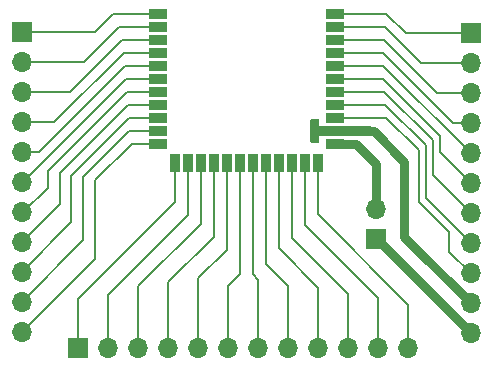
<source format=gbr>
%TF.GenerationSoftware,KiCad,Pcbnew,8.0.1*%
%TF.CreationDate,2024-04-24T16:47:31+07:00*%
%TF.ProjectId,holyiot-21043-nrf52810,686f6c79-696f-4742-9d32-313034332d6e,rev?*%
%TF.SameCoordinates,Original*%
%TF.FileFunction,Copper,L1,Top*%
%TF.FilePolarity,Positive*%
%FSLAX46Y46*%
G04 Gerber Fmt 4.6, Leading zero omitted, Abs format (unit mm)*
G04 Created by KiCad (PCBNEW 8.0.1) date 2024-04-24 16:47:31*
%MOMM*%
%LPD*%
G01*
G04 APERTURE LIST*
%TA.AperFunction,ComponentPad*%
%ADD10R,1.700000X1.700000*%
%TD*%
%TA.AperFunction,ComponentPad*%
%ADD11O,1.700000X1.700000*%
%TD*%
%TA.AperFunction,SMDPad,CuDef*%
%ADD12R,1.500000X0.850000*%
%TD*%
%TA.AperFunction,SMDPad,CuDef*%
%ADD13R,0.850000X1.500000*%
%TD*%
%TA.AperFunction,ViaPad*%
%ADD14C,0.600000*%
%TD*%
%TA.AperFunction,Conductor*%
%ADD15C,0.200000*%
%TD*%
%TA.AperFunction,Conductor*%
%ADD16C,0.800000*%
%TD*%
G04 APERTURE END LIST*
D10*
%TO.P,J1,1,Pin_1*%
%TO.N,/P0.25*%
X162000000Y-101300000D03*
D11*
%TO.P,J1,2,Pin_2*%
%TO.N,/P0.26*%
X162000000Y-103840000D03*
%TO.P,J1,3,Pin_3*%
%TO.N,/P0.27*%
X162000000Y-106380000D03*
%TO.P,J1,4,Pin_4*%
%TO.N,/P0.28*%
X162000000Y-108920000D03*
%TO.P,J1,5,Pin_5*%
%TO.N,/P0.29*%
X162000000Y-111460000D03*
%TO.P,J1,6,Pin_6*%
%TO.N,/P0.30*%
X162000000Y-114000000D03*
%TO.P,J1,7,Pin_7*%
%TO.N,/P0.31*%
X162000000Y-116540000D03*
%TO.P,J1,8,Pin_8*%
%TO.N,/P0.02*%
X162000000Y-119080000D03*
%TO.P,J1,9,Pin_9*%
%TO.N,/P0.03*%
X162000000Y-121620000D03*
%TO.P,J1,10,Pin_10*%
%TO.N,/GND*%
X162000000Y-124160000D03*
%TO.P,J1,11,Pin_11*%
%TO.N,/VCC*%
X162000000Y-126700000D03*
%TD*%
D10*
%TO.P,J4,1,Pin_1*%
%TO.N,/VCC*%
X154000000Y-118740000D03*
D11*
%TO.P,J4,2,Pin_2*%
%TO.N,Net-(J4-Pin_2)*%
X154000000Y-116200000D03*
%TD*%
D12*
%TO.P,U1,1,P0.25*%
%TO.N,/P0.25*%
X150500010Y-99680000D03*
%TO.P,U1,2,P0.26*%
%TO.N,/P0.26*%
X150500010Y-100780000D03*
%TO.P,U1,3,P0.27*%
%TO.N,/P0.27*%
X150500010Y-101880000D03*
%TO.P,U1,4,P0.28*%
%TO.N,/P0.28*%
X150500010Y-102980000D03*
%TO.P,U1,5,P0.29*%
%TO.N,/P0.29*%
X150500010Y-104080000D03*
%TO.P,U1,6,P0.30*%
%TO.N,/P0.30*%
X150500010Y-105180000D03*
%TO.P,U1,7,P0.31*%
%TO.N,/P0.31*%
X150500010Y-106280000D03*
%TO.P,U1,8,P0.02*%
%TO.N,/P0.02*%
X150500010Y-107380000D03*
%TO.P,U1,9,P0.03*%
%TO.N,/P0.03*%
X150500010Y-108480000D03*
%TO.P,U1,10,GND*%
%TO.N,/GND*%
X150500010Y-109580000D03*
%TO.P,U1,11,VCC*%
%TO.N,Net-(J4-Pin_2)*%
X150500010Y-110680000D03*
D13*
%TO.P,U1,12,P0.04*%
%TO.N,/P0.04*%
X149050010Y-112320000D03*
%TO.P,U1,13,P0.05*%
%TO.N,/P0.05*%
X147950010Y-112320000D03*
%TO.P,U1,14,P0.06*%
%TO.N,/P0.06*%
X146850010Y-112320000D03*
%TO.P,U1,15,P0.07*%
%TO.N,/P0.07*%
X145750010Y-112320000D03*
%TO.P,U1,16,P0.08*%
%TO.N,/P0.08*%
X144650010Y-112320000D03*
%TO.P,U1,17,P0.09*%
%TO.N,/P0.09*%
X143550010Y-112320000D03*
%TO.P,U1,18,P0.10*%
%TO.N,/P0.10*%
X142450000Y-112320000D03*
%TO.P,U1,19,P0.11*%
%TO.N,/P0.11*%
X141350000Y-112320000D03*
%TO.P,U1,20,P0.12*%
%TO.N,/P0.12*%
X140250010Y-112320000D03*
%TO.P,U1,21,P0.13*%
%TO.N,/P0.13*%
X139150010Y-112320000D03*
%TO.P,U1,22,P0.14*%
%TO.N,/P0.14*%
X138050010Y-112320000D03*
%TO.P,U1,23,P0.15*%
%TO.N,/P0.15*%
X136950000Y-112320000D03*
D12*
%TO.P,U1,24,P0.21/RESET*%
%TO.N,/P0.21{slash}RESET*%
X135499990Y-110680000D03*
%TO.P,U1,25,P0.20*%
%TO.N,/P0.20*%
X135499990Y-109580000D03*
%TO.P,U1,26,P0.19*%
%TO.N,/P0.19*%
X135499990Y-108480000D03*
%TO.P,U1,27,P0.18*%
%TO.N,/P0.18*%
X135499990Y-107380000D03*
%TO.P,U1,28,P0.17*%
%TO.N,/P0.17*%
X135499990Y-106280000D03*
%TO.P,U1,29,P0.16*%
%TO.N,/P0.16*%
X135499990Y-105180000D03*
%TO.P,U1,30,SWDCLK*%
%TO.N,/SWDCLK*%
X135499990Y-104080000D03*
%TO.P,U1,31,SWDIO*%
%TO.N,/SWDIO*%
X135499990Y-102980000D03*
%TO.P,U1,32,P0.22*%
%TO.N,/P0.22*%
X135499990Y-101880000D03*
%TO.P,U1,33,P0.23*%
%TO.N,/P0.23*%
X135499990Y-100780000D03*
%TO.P,U1,34,P0.24*%
%TO.N,/P0.24*%
X135499990Y-99680000D03*
%TD*%
D10*
%TO.P,J2,1,Pin_1*%
%TO.N,/P0.24*%
X124000000Y-101220000D03*
D11*
%TO.P,J2,2,Pin_2*%
%TO.N,/P0.23*%
X124000000Y-103760000D03*
%TO.P,J2,3,Pin_3*%
%TO.N,/P0.22*%
X124000000Y-106300000D03*
%TO.P,J2,4,Pin_4*%
%TO.N,/SWDIO*%
X124000000Y-108840000D03*
%TO.P,J2,5,Pin_5*%
%TO.N,/SWDCLK*%
X124000000Y-111380000D03*
%TO.P,J2,6,Pin_6*%
%TO.N,/P0.16*%
X124000000Y-113920000D03*
%TO.P,J2,7,Pin_7*%
%TO.N,/P0.17*%
X124000000Y-116460000D03*
%TO.P,J2,8,Pin_8*%
%TO.N,/P0.18*%
X124000000Y-119000000D03*
%TO.P,J2,9,Pin_9*%
%TO.N,/P0.19*%
X124000000Y-121540000D03*
%TO.P,J2,10,Pin_10*%
%TO.N,/P0.20*%
X124000000Y-124080000D03*
%TO.P,J2,11,Pin_11*%
%TO.N,/P0.21{slash}RESET*%
X124000000Y-126620000D03*
%TD*%
D10*
%TO.P,J3,1,Pin_1*%
%TO.N,/P0.15*%
X128760000Y-128000000D03*
D11*
%TO.P,J3,2,Pin_2*%
%TO.N,/P0.14*%
X131300000Y-128000000D03*
%TO.P,J3,3,Pin_3*%
%TO.N,/P0.13*%
X133840000Y-128000000D03*
%TO.P,J3,4,Pin_4*%
%TO.N,/P0.12*%
X136380000Y-128000000D03*
%TO.P,J3,5,Pin_5*%
%TO.N,/P0.11*%
X138920000Y-128000000D03*
%TO.P,J3,6,Pin_6*%
%TO.N,/P0.10*%
X141460000Y-128000000D03*
%TO.P,J3,7,Pin_7*%
%TO.N,/P0.09*%
X144000000Y-128000000D03*
%TO.P,J3,8,Pin_8*%
%TO.N,/P0.08*%
X146540000Y-128000000D03*
%TO.P,J3,9,Pin_9*%
%TO.N,/P0.07*%
X149080000Y-128000000D03*
%TO.P,J3,10,Pin_10*%
%TO.N,/P0.06*%
X151620000Y-128000000D03*
%TO.P,J3,11,Pin_11*%
%TO.N,/P0.05*%
X154160000Y-128000000D03*
%TO.P,J3,12,Pin_12*%
%TO.N,/P0.04*%
X156700000Y-128000000D03*
%TD*%
D14*
%TO.N,/GND*%
X153000000Y-109600000D03*
X148800000Y-110200000D03*
X152000000Y-109600000D03*
X148800000Y-109000000D03*
%TD*%
D15*
%TO.N,/P0.31*%
X154680000Y-106280000D02*
X158800000Y-110400000D01*
X150500010Y-106280000D02*
X154680000Y-106280000D01*
X158800000Y-110400000D02*
X158800000Y-113340000D01*
X158800000Y-113340000D02*
X162000000Y-116540000D01*
%TO.N,/P0.28*%
X154580000Y-102980000D02*
X160520000Y-108920000D01*
X160520000Y-108920000D02*
X162000000Y-108920000D01*
X150500010Y-102980000D02*
X154580000Y-102980000D01*
%TO.N,/P0.25*%
X156500000Y-101300000D02*
X162000000Y-101300000D01*
X154880000Y-99680000D02*
X156500000Y-101300000D01*
X150500010Y-99680000D02*
X154880000Y-99680000D01*
%TO.N,/P0.02*%
X154780000Y-107380000D02*
X158200000Y-110800000D01*
X150500010Y-107380000D02*
X154780000Y-107380000D01*
X158200000Y-110800000D02*
X158200000Y-115280000D01*
X158200000Y-115280000D02*
X162000000Y-119080000D01*
D16*
%TO.N,/GND*%
X153800000Y-109600000D02*
X153000000Y-109600000D01*
X156400000Y-118560000D02*
X156400000Y-112200000D01*
X156400000Y-112200000D02*
X153800000Y-109600000D01*
X162000000Y-124160000D02*
X156400000Y-118560000D01*
%TO.N,/VCC*%
X154000000Y-118740000D02*
X154040000Y-118740000D01*
X154040000Y-118740000D02*
X162000000Y-126700000D01*
D15*
%TO.N,/P0.03*%
X157600000Y-111200000D02*
X157600000Y-115600000D01*
X150500010Y-108480000D02*
X154880000Y-108480000D01*
X154880000Y-108480000D02*
X157600000Y-111200000D01*
X160200000Y-118200000D02*
X160200000Y-119820000D01*
X157600000Y-115600000D02*
X160200000Y-118200000D01*
X160200000Y-119820000D02*
X162000000Y-121620000D01*
%TO.N,/P0.26*%
X157840000Y-103840000D02*
X162000000Y-103840000D01*
X150500010Y-100780000D02*
X154780000Y-100780000D01*
X154780000Y-100780000D02*
X157840000Y-103840000D01*
%TO.N,/P0.29*%
X150500010Y-104080000D02*
X154620000Y-104080000D01*
X154620000Y-104080000D02*
X162000000Y-111460000D01*
%TO.N,/P0.30*%
X154580000Y-105180000D02*
X159400000Y-110000000D01*
X159400000Y-111400000D02*
X162000000Y-114000000D01*
X150500010Y-105180000D02*
X154580000Y-105180000D01*
X159400000Y-110000000D02*
X159400000Y-111400000D01*
%TO.N,/P0.27*%
X150500010Y-101880000D02*
X154680000Y-101880000D01*
X154680000Y-101880000D02*
X159180000Y-106380000D01*
X159180000Y-106380000D02*
X162000000Y-106380000D01*
%TO.N,/P0.19*%
X135499990Y-108480000D02*
X133120000Y-108480000D01*
X128200000Y-113400000D02*
X128200000Y-117340000D01*
X128200000Y-117340000D02*
X124000000Y-121540000D01*
X133120000Y-108480000D02*
X128200000Y-113400000D01*
%TO.N,/P0.18*%
X127200000Y-113200000D02*
X127200000Y-115800000D01*
X134804990Y-107400000D02*
X133000000Y-107400000D01*
X135499990Y-107380000D02*
X134824990Y-107380000D01*
X133000000Y-107400000D02*
X127200000Y-113200000D01*
X127200000Y-115800000D02*
X124000000Y-119000000D01*
X134824990Y-107380000D02*
X134804990Y-107400000D01*
%TO.N,/SWDIO*%
X126760000Y-108840000D02*
X124000000Y-108840000D01*
X132620000Y-102980000D02*
X126760000Y-108840000D01*
X135499990Y-102980000D02*
X132620000Y-102980000D01*
%TO.N,/P0.24*%
X135499990Y-99680000D02*
X131720000Y-99680000D01*
X130180000Y-101220000D02*
X124000000Y-101220000D01*
X131720000Y-99680000D02*
X130180000Y-101220000D01*
%TO.N,/P0.23*%
X129240000Y-103760000D02*
X124000000Y-103760000D01*
X135499990Y-100780000D02*
X132220000Y-100780000D01*
X132220000Y-100780000D02*
X129240000Y-103760000D01*
%TO.N,/P0.17*%
X124140000Y-116460000D02*
X124000000Y-116460000D01*
X126200000Y-114400000D02*
X124140000Y-116460000D01*
X135499990Y-106280000D02*
X132920000Y-106280000D01*
X132920000Y-106280000D02*
X126200000Y-113000000D01*
X126200000Y-113000000D02*
X126200000Y-114400000D01*
%TO.N,/SWDCLK*%
X135499990Y-104080000D02*
X132720000Y-104080000D01*
X132720000Y-104080000D02*
X125420000Y-111380000D01*
X125420000Y-111380000D02*
X124000000Y-111380000D01*
%TO.N,/P0.20*%
X129200000Y-113500000D02*
X129200000Y-118880000D01*
X129200000Y-118880000D02*
X124000000Y-124080000D01*
X135499990Y-109580000D02*
X133120000Y-109580000D01*
X133120000Y-109580000D02*
X129200000Y-113500000D01*
%TO.N,/P0.21{slash}RESET*%
X133320000Y-110680000D02*
X130200000Y-113800000D01*
X130200000Y-113800000D02*
X130200000Y-120420000D01*
X130200000Y-120420000D02*
X124000000Y-126620000D01*
X135499990Y-110680000D02*
X133320000Y-110680000D01*
%TO.N,/P0.16*%
X124080000Y-113920000D02*
X124000000Y-113920000D01*
X132820000Y-105180000D02*
X124080000Y-113920000D01*
X135499990Y-105180000D02*
X132820000Y-105180000D01*
%TO.N,/P0.22*%
X135499990Y-101880000D02*
X132520000Y-101880000D01*
X132520000Y-101880000D02*
X128100000Y-106300000D01*
X128100000Y-106300000D02*
X124000000Y-106300000D01*
%TO.N,/P0.04*%
X149050010Y-116650010D02*
X156700000Y-124300000D01*
X149050010Y-112320000D02*
X149050010Y-116650010D01*
X156700000Y-124300000D02*
X156700000Y-128000000D01*
%TO.N,/P0.11*%
X141350000Y-112320000D02*
X141350000Y-119650000D01*
X141350000Y-119650000D02*
X138920000Y-122080000D01*
X138920000Y-122080000D02*
X138920000Y-128000000D01*
%TO.N,/P0.14*%
X131300000Y-123500000D02*
X131300000Y-128000000D01*
X138050010Y-116749990D02*
X131300000Y-123500000D01*
X138050010Y-112320000D02*
X138050010Y-116749990D01*
%TO.N,/P0.07*%
X145750010Y-119550010D02*
X149080000Y-122880000D01*
X145750010Y-112320000D02*
X145750010Y-119550010D01*
X149080000Y-122880000D02*
X149080000Y-128000000D01*
%TO.N,/P0.09*%
X143550010Y-121750010D02*
X144000000Y-122200000D01*
X143550010Y-112320000D02*
X143550010Y-121750010D01*
X144000000Y-122200000D02*
X144000000Y-128000000D01*
%TO.N,/P0.10*%
X142450000Y-121750000D02*
X141460000Y-122740000D01*
X142450000Y-112320000D02*
X142450000Y-121750000D01*
X141460000Y-122740000D02*
X141460000Y-128000000D01*
%TO.N,/P0.15*%
X136950000Y-115650000D02*
X128800000Y-123800000D01*
X128760000Y-124240000D02*
X128760000Y-128000000D01*
X136950000Y-112320000D02*
X136950000Y-115650000D01*
X128800000Y-123800000D02*
X128800000Y-124200000D01*
X128800000Y-124200000D02*
X128760000Y-124240000D01*
%TO.N,/P0.08*%
X144650010Y-120850010D02*
X146540000Y-122740000D01*
X146540000Y-122740000D02*
X146540000Y-128000000D01*
X144650010Y-112320000D02*
X144650010Y-120850010D01*
%TO.N,/P0.05*%
X154160000Y-123760000D02*
X154160000Y-128000000D01*
X147950010Y-117550010D02*
X154160000Y-123760000D01*
X147950010Y-112320000D02*
X147950010Y-117550010D01*
%TO.N,/P0.12*%
X140250010Y-118549990D02*
X136380000Y-122420000D01*
X136380000Y-122420000D02*
X136380000Y-128000000D01*
X140250010Y-112320000D02*
X140250010Y-118549990D01*
%TO.N,/P0.13*%
X139150010Y-112320000D02*
X139150010Y-117449990D01*
X133840000Y-122760000D02*
X133840000Y-128000000D01*
X139150010Y-117449990D02*
X133840000Y-122760000D01*
%TO.N,/P0.06*%
X146850010Y-118650010D02*
X151620000Y-123420000D01*
X146850010Y-112320000D02*
X146850010Y-118650010D01*
X151620000Y-123420000D02*
X151620000Y-128000000D01*
D16*
%TO.N,Net-(J4-Pin_2)*%
X154000000Y-112400000D02*
X154000000Y-116200000D01*
X150500010Y-110680000D02*
X152280000Y-110680000D01*
X152280000Y-110680000D02*
X154000000Y-112400000D01*
%TD*%
%TA.AperFunction,Conductor*%
%TO.N,/GND*%
G36*
X149143039Y-108619685D02*
G01*
X149188794Y-108672489D01*
X149200000Y-108724000D01*
X149200000Y-109200000D01*
X151200000Y-109200000D01*
X153476000Y-109200000D01*
X153543039Y-109219685D01*
X153588794Y-109272489D01*
X153600000Y-109324000D01*
X153600000Y-109876000D01*
X153580315Y-109943039D01*
X153527511Y-109988794D01*
X153476000Y-110000000D01*
X149200000Y-110000000D01*
X149200000Y-110476000D01*
X149180315Y-110543039D01*
X149127511Y-110588794D01*
X149076000Y-110600000D01*
X149000000Y-110600000D01*
X148524000Y-110600000D01*
X148456961Y-110580315D01*
X148411206Y-110527511D01*
X148400000Y-110476000D01*
X148400000Y-108724000D01*
X148419685Y-108656961D01*
X148472489Y-108611206D01*
X148524000Y-108600000D01*
X149076000Y-108600000D01*
X149143039Y-108619685D01*
G37*
%TD.AperFunction*%
%TD*%
M02*

</source>
